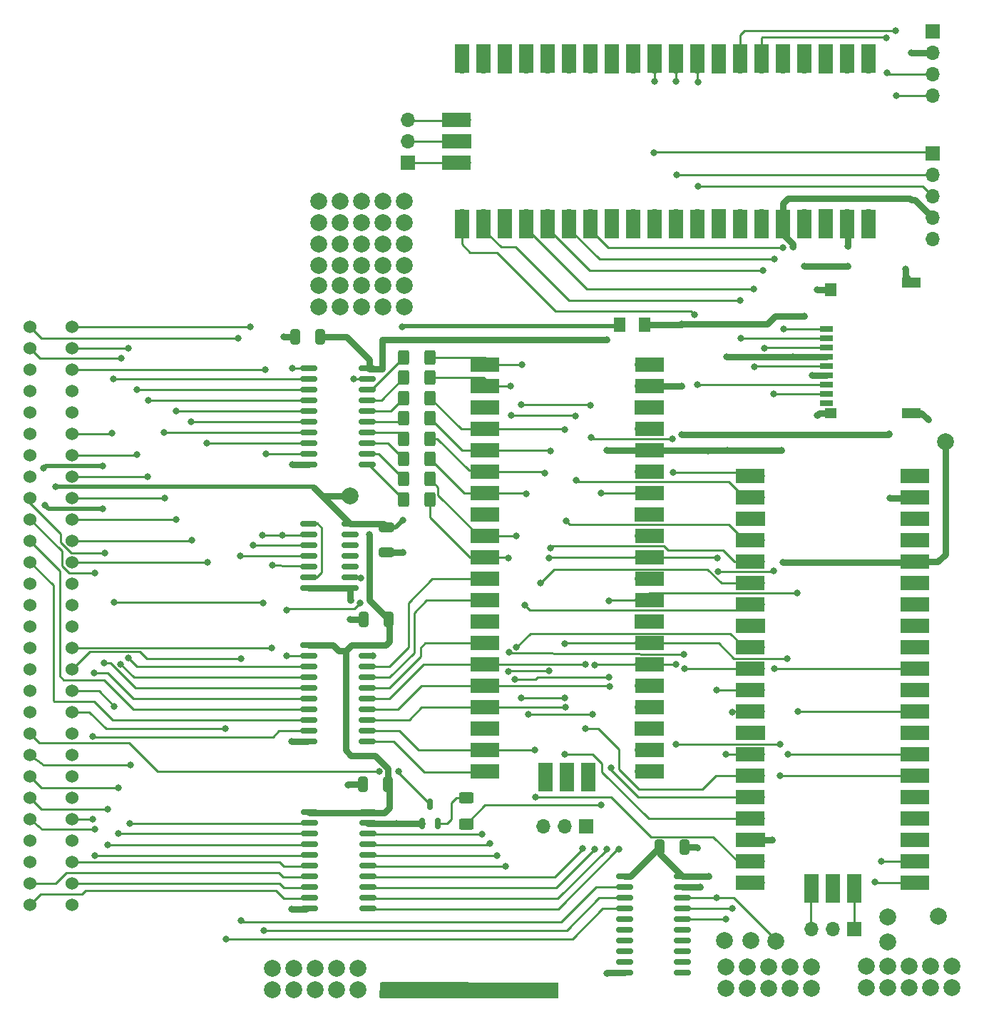
<source format=gtl>
G04 #@! TF.GenerationSoftware,KiCad,Pcbnew,6.0.11-2627ca5db0~126~ubuntu22.04.1*
G04 #@! TF.CreationDate,2023-02-12T16:42:10+00:00*
G04 #@! TF.ProjectId,srom,73726f6d-2e6b-4696-9361-645f70636258,v1.0*
G04 #@! TF.SameCoordinates,Original*
G04 #@! TF.FileFunction,Copper,L1,Top*
G04 #@! TF.FilePolarity,Positive*
%FSLAX46Y46*%
G04 Gerber Fmt 4.6, Leading zero omitted, Abs format (unit mm)*
G04 Created by KiCad (PCBNEW 6.0.11-2627ca5db0~126~ubuntu22.04.1) date 2023-02-12 16:42:10*
%MOMM*%
%LPD*%
G01*
G04 APERTURE LIST*
G04 Aperture macros list*
%AMRoundRect*
0 Rectangle with rounded corners*
0 $1 Rounding radius*
0 $2 $3 $4 $5 $6 $7 $8 $9 X,Y pos of 4 corners*
0 Add a 4 corners polygon primitive as box body*
4,1,4,$2,$3,$4,$5,$6,$7,$8,$9,$2,$3,0*
0 Add four circle primitives for the rounded corners*
1,1,$1+$1,$2,$3*
1,1,$1+$1,$4,$5*
1,1,$1+$1,$6,$7*
1,1,$1+$1,$8,$9*
0 Add four rect primitives between the rounded corners*
20,1,$1+$1,$2,$3,$4,$5,0*
20,1,$1+$1,$4,$5,$6,$7,0*
20,1,$1+$1,$6,$7,$8,$9,0*
20,1,$1+$1,$8,$9,$2,$3,0*%
G04 Aperture macros list end*
G04 #@! TA.AperFunction,ComponentPad*
%ADD10C,2.000000*%
G04 #@! TD*
G04 #@! TA.AperFunction,ComponentPad*
%ADD11R,1.700000X1.700000*%
G04 #@! TD*
G04 #@! TA.AperFunction,ComponentPad*
%ADD12O,1.700000X1.700000*%
G04 #@! TD*
G04 #@! TA.AperFunction,SMDPad,CuDef*
%ADD13R,1.700000X3.500000*%
G04 #@! TD*
G04 #@! TA.AperFunction,SMDPad,CuDef*
%ADD14R,3.500000X1.700000*%
G04 #@! TD*
G04 #@! TA.AperFunction,SMDPad,CuDef*
%ADD15RoundRect,0.250000X-0.325000X-0.650000X0.325000X-0.650000X0.325000X0.650000X-0.325000X0.650000X0*%
G04 #@! TD*
G04 #@! TA.AperFunction,SMDPad,CuDef*
%ADD16RoundRect,0.150000X-0.837500X-0.150000X0.837500X-0.150000X0.837500X0.150000X-0.837500X0.150000X0*%
G04 #@! TD*
G04 #@! TA.AperFunction,SMDPad,CuDef*
%ADD17RoundRect,0.250000X-0.650000X0.325000X-0.650000X-0.325000X0.650000X-0.325000X0.650000X0.325000X0*%
G04 #@! TD*
G04 #@! TA.AperFunction,SMDPad,CuDef*
%ADD18RoundRect,0.250000X0.625000X-0.400000X0.625000X0.400000X-0.625000X0.400000X-0.625000X-0.400000X0*%
G04 #@! TD*
G04 #@! TA.AperFunction,SMDPad,CuDef*
%ADD19RoundRect,0.250000X0.325000X0.650000X-0.325000X0.650000X-0.325000X-0.650000X0.325000X-0.650000X0*%
G04 #@! TD*
G04 #@! TA.AperFunction,SMDPad,CuDef*
%ADD20R,1.600000X0.700000*%
G04 #@! TD*
G04 #@! TA.AperFunction,SMDPad,CuDef*
%ADD21R,2.200000X1.200000*%
G04 #@! TD*
G04 #@! TA.AperFunction,SMDPad,CuDef*
%ADD22R,1.400000X1.600000*%
G04 #@! TD*
G04 #@! TA.AperFunction,SMDPad,CuDef*
%ADD23R,1.400000X1.200000*%
G04 #@! TD*
G04 #@! TA.AperFunction,SMDPad,CuDef*
%ADD24RoundRect,0.250000X-0.400000X-0.625000X0.400000X-0.625000X0.400000X0.625000X-0.400000X0.625000X0*%
G04 #@! TD*
G04 #@! TA.AperFunction,SMDPad,CuDef*
%ADD25RoundRect,0.150000X-0.825000X-0.150000X0.825000X-0.150000X0.825000X0.150000X-0.825000X0.150000X0*%
G04 #@! TD*
G04 #@! TA.AperFunction,SMDPad,CuDef*
%ADD26RoundRect,0.150000X0.150000X-0.512500X0.150000X0.512500X-0.150000X0.512500X-0.150000X-0.512500X0*%
G04 #@! TD*
G04 #@! TA.AperFunction,SMDPad,CuDef*
%ADD27RoundRect,0.250001X0.462499X0.624999X-0.462499X0.624999X-0.462499X-0.624999X0.462499X-0.624999X0*%
G04 #@! TD*
G04 #@! TA.AperFunction,ComponentPad*
%ADD28C,1.524000*%
G04 #@! TD*
G04 #@! TA.AperFunction,ViaPad*
%ADD29C,0.800000*%
G04 #@! TD*
G04 #@! TA.AperFunction,Conductor*
%ADD30C,0.750000*%
G04 #@! TD*
G04 #@! TA.AperFunction,Conductor*
%ADD31C,0.550000*%
G04 #@! TD*
G04 #@! TA.AperFunction,Conductor*
%ADD32C,0.250000*%
G04 #@! TD*
G04 APERTURE END LIST*
D10*
X132850000Y-167710000D03*
X84680000Y-92510000D03*
X154830000Y-173260000D03*
X81730000Y-170960000D03*
X94840000Y-82500000D03*
X89760000Y-82500000D03*
D11*
X95250000Y-75380000D03*
D12*
X95250000Y-72840000D03*
X95250000Y-70300000D03*
D10*
X87220000Y-79960000D03*
X135560000Y-170770000D03*
X84680000Y-89970000D03*
X92340000Y-85050000D03*
X159090000Y-108490000D03*
X152290000Y-173260000D03*
X84720000Y-87590000D03*
X135560000Y-173310000D03*
X94840000Y-92510000D03*
X92340000Y-87590000D03*
D12*
X149985000Y-63960000D03*
D13*
X149985000Y-63060000D03*
D12*
X147445000Y-63960000D03*
D13*
X147445000Y-63060000D03*
X144905000Y-63060000D03*
D11*
X144905000Y-63960000D03*
D13*
X142365000Y-63060000D03*
D12*
X142365000Y-63960000D03*
X139825000Y-63960000D03*
D13*
X139825000Y-63060000D03*
D12*
X137285000Y-63960000D03*
D13*
X137285000Y-63060000D03*
D12*
X134745000Y-63960000D03*
D13*
X134745000Y-63060000D03*
D11*
X132205000Y-63960000D03*
D13*
X132205000Y-63060000D03*
D12*
X129665000Y-63960000D03*
D13*
X129665000Y-63060000D03*
D12*
X127125000Y-63960000D03*
D13*
X127125000Y-63060000D03*
D12*
X124585000Y-63960000D03*
D13*
X124585000Y-63060000D03*
D12*
X122045000Y-63960000D03*
D13*
X122045000Y-63060000D03*
D11*
X119505000Y-63960000D03*
D13*
X119505000Y-63060000D03*
D12*
X116965000Y-63960000D03*
D13*
X116965000Y-63060000D03*
D12*
X114425000Y-63960000D03*
D13*
X114425000Y-63060000D03*
D12*
X111885000Y-63960000D03*
D13*
X111885000Y-63060000D03*
X109345000Y-63060000D03*
D12*
X109345000Y-63960000D03*
D11*
X106805000Y-63960000D03*
D13*
X106805000Y-63060000D03*
X104265000Y-63060000D03*
D12*
X104265000Y-63960000D03*
D13*
X101725000Y-63060000D03*
D12*
X101725000Y-63960000D03*
X101725000Y-81740000D03*
D13*
X101725000Y-82640000D03*
X104265000Y-82640000D03*
D12*
X104265000Y-81740000D03*
D13*
X106805000Y-82640000D03*
D11*
X106805000Y-81740000D03*
D13*
X109345000Y-82640000D03*
D12*
X109345000Y-81740000D03*
X111885000Y-81740000D03*
D13*
X111885000Y-82640000D03*
D12*
X114425000Y-81740000D03*
D13*
X114425000Y-82640000D03*
X116965000Y-82640000D03*
D12*
X116965000Y-81740000D03*
D13*
X119505000Y-82640000D03*
D11*
X119505000Y-81740000D03*
D13*
X122045000Y-82640000D03*
D12*
X122045000Y-81740000D03*
X124585000Y-81740000D03*
D13*
X124585000Y-82640000D03*
X127125000Y-82640000D03*
D12*
X127125000Y-81740000D03*
X129665000Y-81740000D03*
D13*
X129665000Y-82640000D03*
X132205000Y-82640000D03*
D11*
X132205000Y-81740000D03*
D13*
X134745000Y-82640000D03*
D12*
X134745000Y-81740000D03*
D13*
X137285000Y-82640000D03*
D12*
X137285000Y-81740000D03*
D13*
X139825000Y-82640000D03*
D12*
X139825000Y-81740000D03*
D13*
X142365000Y-82640000D03*
D12*
X142365000Y-81740000D03*
D11*
X144905000Y-81740000D03*
D13*
X144905000Y-82640000D03*
X147445000Y-82640000D03*
D12*
X147445000Y-81740000D03*
X149985000Y-81740000D03*
D13*
X149985000Y-82640000D03*
D14*
X101055000Y-70310000D03*
D12*
X101955000Y-70310000D03*
D14*
X101055000Y-72850000D03*
D11*
X101955000Y-72850000D03*
D12*
X101955000Y-75390000D03*
D14*
X101055000Y-75390000D03*
D10*
X133020000Y-173310000D03*
X79190000Y-170960000D03*
X149750000Y-173260000D03*
D15*
X90065000Y-129600000D03*
X93015000Y-129600000D03*
D16*
X83567500Y-152465000D03*
X83567500Y-153735000D03*
X83567500Y-155005000D03*
X83567500Y-156275000D03*
X83567500Y-157545000D03*
X83567500Y-158815000D03*
X83567500Y-160085000D03*
X83567500Y-161355000D03*
X83567500Y-162625000D03*
X83567500Y-163895000D03*
X90492500Y-163895000D03*
X90492500Y-162625000D03*
X90492500Y-161355000D03*
X90492500Y-160085000D03*
X90492500Y-158815000D03*
X90492500Y-157545000D03*
X90492500Y-156275000D03*
X90492500Y-155005000D03*
X90492500Y-153735000D03*
X90492500Y-152465000D03*
X83547500Y-132645000D03*
X83547500Y-133915000D03*
X83547500Y-135185000D03*
X83547500Y-136455000D03*
X83547500Y-137725000D03*
X83547500Y-138995000D03*
X83547500Y-140265000D03*
X83547500Y-141535000D03*
X83547500Y-142805000D03*
X83547500Y-144075000D03*
X90472500Y-144075000D03*
X90472500Y-142805000D03*
X90472500Y-141535000D03*
X90472500Y-140265000D03*
X90472500Y-138995000D03*
X90472500Y-137725000D03*
X90472500Y-136455000D03*
X90472500Y-135185000D03*
X90472500Y-133915000D03*
X90472500Y-132645000D03*
D10*
X87260000Y-87590000D03*
D17*
X92760000Y-118645000D03*
X92760000Y-121595000D03*
D18*
X102180000Y-153840000D03*
X102180000Y-150740000D03*
D19*
X92925000Y-149140000D03*
X89975000Y-149140000D03*
D20*
X144990000Y-95130000D03*
X144990000Y-96230000D03*
X144990000Y-97330000D03*
X144990000Y-98430000D03*
X144990000Y-99530000D03*
X144990000Y-100630000D03*
D21*
X155090000Y-105080000D03*
D22*
X145490000Y-90480000D03*
D23*
X145490000Y-105080000D03*
D21*
X155090000Y-89580000D03*
D20*
X144990000Y-101730000D03*
X144990000Y-102830000D03*
X144990000Y-103930000D03*
D10*
X94880000Y-87590000D03*
X143180000Y-173310000D03*
X94840000Y-89970000D03*
X92300000Y-89970000D03*
D19*
X128105000Y-156610000D03*
X125155000Y-156610000D03*
D10*
X84270000Y-170960000D03*
X159910000Y-170720000D03*
X87220000Y-89970000D03*
X157370000Y-173260000D03*
D24*
X94790000Y-108118570D03*
X97890000Y-108118570D03*
D25*
X83505000Y-118250000D03*
X83505000Y-119520000D03*
X83505000Y-120790000D03*
X83505000Y-122060000D03*
X83505000Y-123330000D03*
X83505000Y-124600000D03*
X83505000Y-125870000D03*
X88455000Y-125870000D03*
X88455000Y-124600000D03*
X88455000Y-123330000D03*
X88455000Y-122060000D03*
X88455000Y-120790000D03*
X88455000Y-119520000D03*
X88455000Y-118250000D03*
D10*
X84680000Y-82500000D03*
X92300000Y-92510000D03*
X140640000Y-173310000D03*
D26*
X96930000Y-153787500D03*
X98830000Y-153787500D03*
X97880000Y-151512500D03*
D24*
X94790000Y-112927140D03*
X97890000Y-112927140D03*
D10*
X140640000Y-170770000D03*
D16*
X83547500Y-99765000D03*
X83547500Y-101035000D03*
X83547500Y-102305000D03*
X83547500Y-103575000D03*
X83547500Y-104845000D03*
X83547500Y-106115000D03*
X83547500Y-107385000D03*
X83547500Y-108655000D03*
X83547500Y-109925000D03*
X83547500Y-111195000D03*
X90472500Y-111195000D03*
X90472500Y-109925000D03*
X90472500Y-108655000D03*
X90472500Y-107385000D03*
X90472500Y-106115000D03*
X90472500Y-104845000D03*
X90472500Y-103575000D03*
X90472500Y-102305000D03*
X90472500Y-101035000D03*
X90472500Y-99765000D03*
D10*
X87220000Y-82500000D03*
D16*
X120977500Y-160085000D03*
X120977500Y-161355000D03*
X120977500Y-162625000D03*
X120977500Y-163895000D03*
X120977500Y-165165000D03*
X120977500Y-166435000D03*
X120977500Y-167705000D03*
X120977500Y-168975000D03*
X120977500Y-170245000D03*
X120977500Y-171515000D03*
X127902500Y-171515000D03*
X127902500Y-170245000D03*
X127902500Y-168975000D03*
X127902500Y-167705000D03*
X127902500Y-166435000D03*
X127902500Y-165165000D03*
X127902500Y-163895000D03*
X127902500Y-162625000D03*
X127902500Y-161355000D03*
X127902500Y-160085000D03*
D10*
X157370000Y-170720000D03*
D11*
X157590000Y-74260000D03*
D12*
X157590000Y-76800000D03*
X157590000Y-79340000D03*
X157590000Y-81880000D03*
X157590000Y-84420000D03*
D10*
X87220000Y-92510000D03*
X86810000Y-170960000D03*
X84270000Y-173500000D03*
D14*
X135920000Y-112575000D03*
D12*
X136820000Y-112575000D03*
X136820000Y-115115000D03*
D14*
X135920000Y-115115000D03*
X135920000Y-117655000D03*
D11*
X136820000Y-117655000D03*
D12*
X136820000Y-120195000D03*
D14*
X135920000Y-120195000D03*
D12*
X136820000Y-122735000D03*
D14*
X135920000Y-122735000D03*
D12*
X136820000Y-125275000D03*
D14*
X135920000Y-125275000D03*
X135920000Y-127815000D03*
D12*
X136820000Y-127815000D03*
D11*
X136820000Y-130355000D03*
D14*
X135920000Y-130355000D03*
D12*
X136820000Y-132895000D03*
D14*
X135920000Y-132895000D03*
D12*
X136820000Y-135435000D03*
D14*
X135920000Y-135435000D03*
X135920000Y-137975000D03*
D12*
X136820000Y-137975000D03*
X136820000Y-140515000D03*
D14*
X135920000Y-140515000D03*
X135920000Y-143055000D03*
D11*
X136820000Y-143055000D03*
D12*
X136820000Y-145595000D03*
D14*
X135920000Y-145595000D03*
D12*
X136820000Y-148135000D03*
D14*
X135920000Y-148135000D03*
X135920000Y-150675000D03*
D12*
X136820000Y-150675000D03*
D14*
X135920000Y-153215000D03*
D12*
X136820000Y-153215000D03*
D14*
X135920000Y-155755000D03*
D11*
X136820000Y-155755000D03*
D14*
X135920000Y-158295000D03*
D12*
X136820000Y-158295000D03*
X136820000Y-160835000D03*
D14*
X135920000Y-160835000D03*
X155500000Y-160835000D03*
D12*
X154600000Y-160835000D03*
X154600000Y-158295000D03*
D14*
X155500000Y-158295000D03*
X155500000Y-155755000D03*
D11*
X154600000Y-155755000D03*
D14*
X155500000Y-153215000D03*
D12*
X154600000Y-153215000D03*
D14*
X155500000Y-150675000D03*
D12*
X154600000Y-150675000D03*
X154600000Y-148135000D03*
D14*
X155500000Y-148135000D03*
D12*
X154600000Y-145595000D03*
D14*
X155500000Y-145595000D03*
D11*
X154600000Y-143055000D03*
D14*
X155500000Y-143055000D03*
D12*
X154600000Y-140515000D03*
D14*
X155500000Y-140515000D03*
D12*
X154600000Y-137975000D03*
D14*
X155500000Y-137975000D03*
X155500000Y-135435000D03*
D12*
X154600000Y-135435000D03*
D14*
X155500000Y-132895000D03*
D12*
X154600000Y-132895000D03*
D14*
X155500000Y-130355000D03*
D11*
X154600000Y-130355000D03*
D14*
X155500000Y-127815000D03*
D12*
X154600000Y-127815000D03*
D14*
X155500000Y-125275000D03*
D12*
X154600000Y-125275000D03*
D14*
X155500000Y-122735000D03*
D12*
X154600000Y-122735000D03*
X154600000Y-120195000D03*
D14*
X155500000Y-120195000D03*
D11*
X154600000Y-117655000D03*
D14*
X155500000Y-117655000D03*
D12*
X154600000Y-115115000D03*
D14*
X155500000Y-115115000D03*
X155500000Y-112575000D03*
D12*
X154600000Y-112575000D03*
D13*
X143170000Y-161505000D03*
D12*
X143170000Y-160605000D03*
D11*
X145710000Y-160605000D03*
D13*
X145710000Y-161505000D03*
D12*
X148250000Y-160605000D03*
D13*
X148250000Y-161505000D03*
D10*
X138100000Y-173310000D03*
X88380000Y-114940000D03*
X79190000Y-173500000D03*
X89350000Y-170960000D03*
X159910000Y-173260000D03*
X136010000Y-167680000D03*
X149750000Y-170720000D03*
D24*
X94790000Y-103310000D03*
X97890000Y-103310000D03*
D11*
X157590000Y-59800000D03*
D12*
X157590000Y-62340000D03*
X157590000Y-64880000D03*
X157590000Y-67420000D03*
D10*
X89760000Y-79960000D03*
D24*
X94790000Y-115331430D03*
X97890000Y-115331430D03*
D10*
X158260000Y-164770000D03*
X152220000Y-167850000D03*
D19*
X84835000Y-96070000D03*
X81885000Y-96070000D03*
D10*
X133020000Y-170770000D03*
X89800000Y-87590000D03*
X81730000Y-173500000D03*
D24*
X94790000Y-100905715D03*
X97890000Y-100905715D03*
D11*
X116415000Y-154150000D03*
D12*
X113875000Y-154150000D03*
X111335000Y-154150000D03*
D10*
X84680000Y-79960000D03*
X154830000Y-170720000D03*
D24*
X94790000Y-98501430D03*
X97890000Y-98501430D03*
D10*
X138940000Y-167770000D03*
X152280000Y-164870000D03*
X87260000Y-85050000D03*
X94880000Y-85050000D03*
X89760000Y-92510000D03*
X86810000Y-173500000D03*
X143180000Y-170770000D03*
X94840000Y-79960000D03*
D11*
X148290000Y-166340000D03*
D12*
X145750000Y-166340000D03*
X143210000Y-166340000D03*
D10*
X89800000Y-85050000D03*
X84720000Y-85050000D03*
X92300000Y-79960000D03*
D27*
X123397500Y-94580000D03*
X120422500Y-94580000D03*
D10*
X89350000Y-173500000D03*
D24*
X94790000Y-110522855D03*
X97890000Y-110522855D03*
D28*
X50390000Y-105000000D03*
X55390000Y-105000000D03*
X55390000Y-94840000D03*
X55390000Y-97380000D03*
X55390000Y-99920000D03*
X55390000Y-102460000D03*
X55390000Y-107540000D03*
X55390000Y-110080000D03*
X55390000Y-112620000D03*
X55390000Y-115160000D03*
X55390000Y-117700000D03*
X55390000Y-120240000D03*
X55390000Y-122780000D03*
X55390000Y-125320000D03*
X55390000Y-127860000D03*
X55390000Y-130400000D03*
X55390000Y-132940000D03*
X55390000Y-135480000D03*
X55390000Y-138020000D03*
X55390000Y-140560000D03*
X55390000Y-143100000D03*
X55390000Y-145640000D03*
X55390000Y-148180000D03*
X55390000Y-150720000D03*
X55390000Y-153260000D03*
X55390000Y-155800000D03*
X55390000Y-158340000D03*
X55390000Y-160880000D03*
X55390000Y-163420000D03*
X50390000Y-94840000D03*
X50390000Y-97380000D03*
X50390000Y-99920000D03*
X50390000Y-102460000D03*
X50390000Y-107540000D03*
X50390000Y-110080000D03*
X50390000Y-112620000D03*
X50390000Y-115160000D03*
X50390000Y-117700000D03*
X50390000Y-120240000D03*
X50390000Y-122780000D03*
X50390000Y-125320000D03*
X50390000Y-127860000D03*
X50390000Y-130400000D03*
X50390000Y-132940000D03*
X50390000Y-135480000D03*
X50390000Y-138020000D03*
X50390000Y-140560000D03*
X50390000Y-143100000D03*
X50390000Y-145640000D03*
X50390000Y-148180000D03*
X50390000Y-150720000D03*
X50390000Y-153260000D03*
X50390000Y-155800000D03*
X50390000Y-158340000D03*
X50390000Y-160880000D03*
X50390000Y-163420000D03*
D10*
X138100000Y-170770000D03*
X152290000Y-170720000D03*
D24*
X94790000Y-105714285D03*
X97890000Y-105714285D03*
D10*
X92300000Y-82500000D03*
D12*
X105300000Y-99385000D03*
D14*
X104400000Y-99385000D03*
D12*
X105300000Y-101925000D03*
D14*
X104400000Y-101925000D03*
D11*
X105300000Y-104465000D03*
D14*
X104400000Y-104465000D03*
D12*
X105300000Y-107005000D03*
D14*
X104400000Y-107005000D03*
X104400000Y-109545000D03*
D12*
X105300000Y-109545000D03*
X105300000Y-112085000D03*
D14*
X104400000Y-112085000D03*
X104400000Y-114625000D03*
D12*
X105300000Y-114625000D03*
D11*
X105300000Y-117165000D03*
D14*
X104400000Y-117165000D03*
X104400000Y-119705000D03*
D12*
X105300000Y-119705000D03*
D14*
X104400000Y-122245000D03*
D12*
X105300000Y-122245000D03*
D14*
X104400000Y-124785000D03*
D12*
X105300000Y-124785000D03*
D14*
X104400000Y-127325000D03*
D12*
X105300000Y-127325000D03*
D14*
X104400000Y-129865000D03*
D11*
X105300000Y-129865000D03*
D14*
X104400000Y-132405000D03*
D12*
X105300000Y-132405000D03*
D14*
X104400000Y-134945000D03*
D12*
X105300000Y-134945000D03*
D14*
X104400000Y-137485000D03*
D12*
X105300000Y-137485000D03*
X105300000Y-140025000D03*
D14*
X104400000Y-140025000D03*
X104400000Y-142565000D03*
D11*
X105300000Y-142565000D03*
D12*
X105300000Y-145105000D03*
D14*
X104400000Y-145105000D03*
D12*
X105300000Y-147645000D03*
D14*
X104400000Y-147645000D03*
X123980000Y-147645000D03*
D12*
X123080000Y-147645000D03*
X123080000Y-145105000D03*
D14*
X123980000Y-145105000D03*
D11*
X123080000Y-142565000D03*
D14*
X123980000Y-142565000D03*
X123980000Y-140025000D03*
D12*
X123080000Y-140025000D03*
X123080000Y-137485000D03*
D14*
X123980000Y-137485000D03*
D12*
X123080000Y-134945000D03*
D14*
X123980000Y-134945000D03*
X123980000Y-132405000D03*
D12*
X123080000Y-132405000D03*
D14*
X123980000Y-129865000D03*
D11*
X123080000Y-129865000D03*
D14*
X123980000Y-127325000D03*
D12*
X123080000Y-127325000D03*
X123080000Y-124785000D03*
D14*
X123980000Y-124785000D03*
D12*
X123080000Y-122245000D03*
D14*
X123980000Y-122245000D03*
X123980000Y-119705000D03*
D12*
X123080000Y-119705000D03*
D11*
X123080000Y-117165000D03*
D14*
X123980000Y-117165000D03*
X123980000Y-114625000D03*
D12*
X123080000Y-114625000D03*
D14*
X123980000Y-112085000D03*
D12*
X123080000Y-112085000D03*
D14*
X123980000Y-109545000D03*
D12*
X123080000Y-109545000D03*
D14*
X123980000Y-107005000D03*
D12*
X123080000Y-107005000D03*
D14*
X123980000Y-104465000D03*
D11*
X123080000Y-104465000D03*
D12*
X123080000Y-101925000D03*
D14*
X123980000Y-101925000D03*
D12*
X123080000Y-99385000D03*
D14*
X123980000Y-99385000D03*
D13*
X111650000Y-148315000D03*
D12*
X111650000Y-147415000D03*
D11*
X114190000Y-147415000D03*
D13*
X114190000Y-148315000D03*
X116730000Y-148315000D03*
D12*
X116730000Y-147415000D03*
D10*
X89760000Y-89970000D03*
D29*
X90690000Y-99820000D03*
X139620000Y-109540000D03*
X140990000Y-98410000D03*
X154985000Y-79725000D03*
X155050000Y-62360000D03*
X118900000Y-109480000D03*
X130990000Y-160060000D03*
X139790000Y-122780000D03*
X133210000Y-109490000D03*
X133160000Y-98450000D03*
X90680000Y-119530000D03*
X140990000Y-85350000D03*
X118900000Y-96350000D03*
X130950000Y-109590000D03*
X154360000Y-87980000D03*
X59070000Y-111370000D03*
X88380000Y-129570000D03*
X91150000Y-133930000D03*
X88470000Y-127280000D03*
X88190000Y-149180000D03*
X94720000Y-121600000D03*
X59070000Y-116440000D03*
X157050000Y-105900000D03*
X93110000Y-173450000D03*
X88825000Y-101035000D03*
X80550000Y-96070000D03*
X93930000Y-153770000D03*
X52220000Y-116040000D03*
X138580000Y-155750000D03*
X143860000Y-105340000D03*
X129630000Y-156660000D03*
X130030000Y-161320000D03*
X81470000Y-144080000D03*
X143320000Y-100640000D03*
X52030000Y-111600000D03*
X112170000Y-173510000D03*
X81450000Y-163930000D03*
X81570000Y-111210000D03*
X118910000Y-171530000D03*
X143900000Y-90430000D03*
X94560000Y-94850000D03*
X94660000Y-117800000D03*
X53450000Y-113850000D03*
X152470000Y-115160000D03*
X147520000Y-87630000D03*
X127770000Y-101890000D03*
X152390000Y-107590000D03*
X142390000Y-87630000D03*
X127820000Y-94560000D03*
X127800000Y-107630000D03*
X147500000Y-85330000D03*
X142390000Y-93610000D03*
X59300000Y-121680000D03*
X59240000Y-134750000D03*
X58070000Y-124090000D03*
X58060000Y-135930000D03*
X58090000Y-157570000D03*
X58070000Y-154460000D03*
X59630000Y-152090000D03*
X59660000Y-156350000D03*
X60880000Y-149520000D03*
X60870000Y-154990000D03*
X141510000Y-126430000D03*
X107974500Y-136690000D03*
X141550000Y-140530000D03*
X119120000Y-136410000D03*
X105000000Y-156120000D03*
X119150000Y-127350000D03*
X113870000Y-138880000D03*
X140350000Y-134230000D03*
X105900000Y-157560000D03*
X140400000Y-145570000D03*
X108699000Y-138850000D03*
X113890000Y-132430000D03*
X106910000Y-158830000D03*
X139460000Y-144430000D03*
X127130000Y-144360000D03*
X139490000Y-148100000D03*
X117440000Y-134970000D03*
X109550000Y-140860000D03*
X127130000Y-134950000D03*
X117220000Y-140810000D03*
X110400000Y-150650000D03*
X110380000Y-145100000D03*
X113960000Y-139990000D03*
X113910000Y-145560000D03*
X119260000Y-137500000D03*
X119373198Y-147146802D03*
X116340000Y-142530000D03*
X116330000Y-134950000D03*
X62320000Y-146840000D03*
X62290000Y-153760000D03*
X61200000Y-98600000D03*
X61180000Y-134870000D03*
X62090000Y-134150000D03*
X62070000Y-97420000D03*
X120370000Y-156860000D03*
X118930000Y-156869999D03*
X117480000Y-156806666D03*
X116030000Y-156743333D03*
X104060000Y-155050000D03*
X132040000Y-122260000D03*
X112070000Y-135669500D03*
X132130000Y-123890000D03*
X138700000Y-123830000D03*
X138770000Y-135410000D03*
X112040000Y-122260000D03*
X107240000Y-135770000D03*
X60150000Y-107510000D03*
X60280000Y-101070000D03*
X63080000Y-102320000D03*
X63080000Y-110050000D03*
X64440000Y-103580000D03*
X64390000Y-112620000D03*
X69560000Y-106120000D03*
X69600000Y-120180000D03*
X71490000Y-122780000D03*
X71400000Y-108660000D03*
X67730000Y-104840000D03*
X67760000Y-117690000D03*
X66360000Y-107350000D03*
X66390000Y-115150000D03*
X78410000Y-109930000D03*
X78350000Y-99920000D03*
X107300000Y-133470000D03*
X107250000Y-122300000D03*
X128140000Y-135410000D03*
X128080000Y-133750000D03*
X109120000Y-127840000D03*
X109320000Y-114700000D03*
X112200000Y-121120000D03*
X112200000Y-109570000D03*
X108180000Y-119640000D03*
X108180000Y-132855500D03*
X110990000Y-125280000D03*
X111550000Y-112210000D03*
X113890000Y-107060000D03*
X114060000Y-117920000D03*
X107590000Y-105370000D03*
X115250000Y-113070000D03*
X107500000Y-101860000D03*
X115170000Y-105410000D03*
X117030000Y-108010000D03*
X126680000Y-108140000D03*
X126770000Y-112120000D03*
X108800000Y-99310000D03*
X116940000Y-104200000D03*
X108760000Y-104110000D03*
X89705500Y-124680000D03*
X80905000Y-128435000D03*
X89620000Y-127650000D03*
X80890000Y-133900000D03*
X75390000Y-122060000D03*
X75090000Y-96230000D03*
X76590000Y-94900000D03*
X76910000Y-120800000D03*
X57840000Y-143462500D03*
X57840000Y-153260000D03*
X78020000Y-119550000D03*
X80390000Y-119550000D03*
X60430000Y-127510000D03*
X81530000Y-99750000D03*
X78200000Y-166470000D03*
X60430000Y-139870000D03*
X78050000Y-127590000D03*
X124460000Y-74240000D03*
X124560000Y-65720000D03*
X79130000Y-132920000D03*
X79190000Y-123180000D03*
X94175924Y-147594076D03*
X91865924Y-147594076D03*
X118210000Y-151620000D03*
X118190000Y-114630000D03*
X127160000Y-76840000D03*
X127110000Y-65720000D03*
X129700000Y-65780000D03*
X129760000Y-78140000D03*
X152100000Y-60530000D03*
X152170000Y-64710000D03*
X153250000Y-67420000D03*
X153200000Y-59750000D03*
X131964500Y-137980000D03*
X131960000Y-162590000D03*
X133780000Y-163870000D03*
X133790000Y-140620000D03*
X133020000Y-165110000D03*
X133030000Y-145600000D03*
X150700000Y-160720000D03*
X151525000Y-158295000D03*
X75430000Y-165330000D03*
X75440000Y-134250000D03*
X73580000Y-142550000D03*
X73700000Y-167470000D03*
X129650000Y-101730000D03*
X129350000Y-93430000D03*
X134770000Y-91750000D03*
X134850000Y-96230000D03*
X136410000Y-99570000D03*
X136320000Y-90350000D03*
X137450000Y-88140000D03*
X137620000Y-97360000D03*
X138740000Y-102820000D03*
X138790000Y-86800000D03*
X139870000Y-95110000D03*
X139780000Y-85500000D03*
D30*
X92490000Y-152495000D02*
X92490000Y-152490000D01*
X155500000Y-79790000D02*
X157590000Y-81880000D01*
X92625000Y-132630000D02*
X92640000Y-132645000D01*
X87080000Y-133330000D02*
X86395000Y-132645000D01*
X90690000Y-99820000D02*
X90690000Y-98790000D01*
X158195000Y-122735000D02*
X159090000Y-121840000D01*
X130965000Y-160085000D02*
X130990000Y-160060000D01*
X121680000Y-160085000D02*
X125155000Y-156610000D01*
X125155000Y-157337500D02*
X127902500Y-160085000D01*
X118900000Y-109480000D02*
X123015000Y-109480000D01*
X91360000Y-145710000D02*
X88540000Y-145710000D01*
X86395000Y-132645000D02*
X83547500Y-132645000D01*
X87970000Y-96070000D02*
X84835000Y-96070000D01*
X93015000Y-129600000D02*
X90680000Y-127265000D01*
X139825000Y-83835000D02*
X140910000Y-84920000D01*
X87890000Y-133330000D02*
X88590000Y-132630000D01*
X133155000Y-109545000D02*
X133210000Y-109490000D01*
X140990000Y-85000000D02*
X140990000Y-85350000D01*
X140420000Y-79660000D02*
X154920000Y-79660000D01*
X87890000Y-133330000D02*
X87080000Y-133330000D01*
X90680000Y-127265000D02*
X90680000Y-119530000D01*
X92925000Y-147275000D02*
X91360000Y-145710000D01*
X123080000Y-109545000D02*
X133155000Y-109545000D01*
X125155000Y-156610000D02*
X125155000Y-157337500D01*
X88590000Y-132630000D02*
X90120000Y-132630000D01*
X92195000Y-99820000D02*
X90690000Y-99820000D01*
X90120000Y-132630000D02*
X92625000Y-132630000D01*
X154920000Y-79660000D02*
X154985000Y-79725000D01*
X118890000Y-96360000D02*
X118900000Y-96350000D01*
X93080000Y-132205000D02*
X93080000Y-129665000D01*
X133180000Y-98430000D02*
X144990000Y-98430000D01*
X93060000Y-151920000D02*
X93060000Y-149275000D01*
X154600000Y-122735000D02*
X158195000Y-122735000D01*
X154985000Y-79725000D02*
X155050000Y-79790000D01*
X139570000Y-109490000D02*
X139620000Y-109540000D01*
X139825000Y-81740000D02*
X139825000Y-80255000D01*
X120977500Y-160085000D02*
X121680000Y-160085000D01*
X83597500Y-152495000D02*
X92490000Y-152495000D01*
X140910000Y-84920000D02*
X140990000Y-85000000D01*
X155050000Y-79790000D02*
X155500000Y-79790000D01*
X127902500Y-160085000D02*
X130965000Y-160085000D01*
X139825000Y-80255000D02*
X140420000Y-79660000D01*
X139790000Y-122780000D02*
X154555000Y-122780000D01*
X90690000Y-98790000D02*
X87970000Y-96070000D01*
X133160000Y-98450000D02*
X133180000Y-98430000D01*
X92250000Y-96360000D02*
X118890000Y-96360000D01*
X92490000Y-152490000D02*
X93060000Y-151920000D01*
X88540000Y-145710000D02*
X87890000Y-145060000D01*
X159090000Y-121840000D02*
X159090000Y-108490000D01*
X92250000Y-96360000D02*
X92195000Y-99820000D01*
X155050000Y-62360000D02*
X157570000Y-62360000D01*
X87890000Y-145060000D02*
X87890000Y-133330000D01*
X92925000Y-149140000D02*
X92925000Y-147275000D01*
X133210000Y-109490000D02*
X139570000Y-109490000D01*
X92640000Y-132645000D02*
X93080000Y-132205000D01*
X80550000Y-96070000D02*
X81885000Y-96070000D01*
X93415000Y-153765000D02*
X96907500Y-153765000D01*
X144990000Y-100630000D02*
X143330000Y-100630000D01*
D31*
X52030000Y-111600000D02*
X52260000Y-111370000D01*
D30*
X128105000Y-156610000D02*
X129580000Y-156610000D01*
X81470000Y-144080000D02*
X83335000Y-144080000D01*
X138580000Y-155750000D02*
X136825000Y-155750000D01*
X83190000Y-163925000D02*
X81455000Y-163925000D01*
X155090000Y-105080000D02*
X156230000Y-105080000D01*
X143950000Y-90480000D02*
X143900000Y-90430000D01*
X90522500Y-153765000D02*
X90492500Y-153735000D01*
X129995000Y-161355000D02*
X130030000Y-161320000D01*
X88230000Y-149140000D02*
X88190000Y-149180000D01*
X93415000Y-153765000D02*
X90522500Y-153765000D01*
X93925000Y-153765000D02*
X93415000Y-153765000D01*
X81570000Y-111210000D02*
X83532500Y-111210000D01*
X83532500Y-111210000D02*
X83547500Y-111195000D01*
X129580000Y-156610000D02*
X129630000Y-156660000D01*
X88455000Y-125870000D02*
X88455000Y-127265000D01*
X90065000Y-129600000D02*
X88410000Y-129600000D01*
D32*
X95260000Y-72850000D02*
X101955000Y-72850000D01*
D30*
X94715000Y-121595000D02*
X94720000Y-121600000D01*
D31*
X52260000Y-111370000D02*
X59070000Y-111370000D01*
D30*
X143330000Y-100630000D02*
X143320000Y-100640000D01*
X83335000Y-144080000D02*
X83340000Y-144075000D01*
X120977500Y-171515000D02*
X118925000Y-171515000D01*
D32*
X93925000Y-153765000D02*
X93930000Y-153770000D01*
D30*
X156230000Y-105080000D02*
X157050000Y-105900000D01*
X118925000Y-171515000D02*
X118910000Y-171530000D01*
D31*
X52620000Y-116440000D02*
X52220000Y-116040000D01*
D32*
X88410000Y-129600000D02*
X88380000Y-129570000D01*
D30*
X88455000Y-127265000D02*
X88470000Y-127280000D01*
X145490000Y-90480000D02*
X143950000Y-90480000D01*
X145490000Y-105080000D02*
X144120000Y-105080000D01*
X89975000Y-149140000D02*
X88230000Y-149140000D01*
X96907500Y-153765000D02*
X96930000Y-153787500D01*
X92760000Y-121595000D02*
X94715000Y-121595000D01*
D31*
X59070000Y-116440000D02*
X52620000Y-116440000D01*
D30*
X88455000Y-125870000D02*
X83505000Y-125870000D01*
X127902500Y-161355000D02*
X129995000Y-161355000D01*
X154360000Y-88850000D02*
X155090000Y-89580000D01*
D32*
X88825000Y-101035000D02*
X90472500Y-101035000D01*
D30*
X144120000Y-105080000D02*
X143860000Y-105340000D01*
D32*
X81455000Y-163925000D02*
X81450000Y-163930000D01*
D30*
X154360000Y-87980000D02*
X154360000Y-88850000D01*
D31*
X84100000Y-113890000D02*
X84070000Y-113860000D01*
D30*
X84085000Y-113880000D02*
X88455000Y-118250000D01*
X88380000Y-114940000D02*
X85145000Y-114940000D01*
D31*
X92760000Y-118645000D02*
X92365000Y-118250000D01*
X84070000Y-113860000D02*
X53300000Y-113860000D01*
X94560000Y-94850000D02*
X94675000Y-94735000D01*
X94675000Y-94735000D02*
X120267500Y-94735000D01*
D30*
X92365000Y-118250000D02*
X88455000Y-118250000D01*
D31*
X93815000Y-118645000D02*
X94660000Y-117800000D01*
X92760000Y-118645000D02*
X93815000Y-118645000D01*
D30*
X152470000Y-115160000D02*
X154555000Y-115160000D01*
X142390000Y-87630000D02*
X147520000Y-87630000D01*
X123397500Y-94580000D02*
X127800000Y-94580000D01*
X138860000Y-93610000D02*
X137910000Y-94560000D01*
X152350000Y-107630000D02*
X152390000Y-107590000D01*
X147500000Y-85330000D02*
X147500000Y-81795000D01*
X137910000Y-94560000D02*
X127820000Y-94560000D01*
X127800000Y-107630000D02*
X152350000Y-107630000D01*
X142390000Y-93610000D02*
X138860000Y-93610000D01*
X127800000Y-94580000D02*
X127820000Y-94560000D01*
X127770000Y-101890000D02*
X123115000Y-101890000D01*
D32*
X83505000Y-124600000D02*
X84430000Y-124600000D01*
X85030000Y-124000000D02*
X85030000Y-118730000D01*
X85030000Y-118730000D02*
X84480000Y-118180000D01*
X84430000Y-124600000D02*
X85030000Y-124000000D01*
X54070000Y-119440000D02*
X54070000Y-120457251D01*
X50390000Y-115760000D02*
X54070000Y-119440000D01*
X59970000Y-134750000D02*
X62945000Y-137725000D01*
X59240000Y-134750000D02*
X59970000Y-134750000D01*
X54070000Y-120457251D02*
X55292749Y-121680000D01*
X55292749Y-121680000D02*
X59300000Y-121680000D01*
X62945000Y-137725000D02*
X83340000Y-137725000D01*
X55030000Y-124100000D02*
X58060000Y-124100000D01*
X62695000Y-138995000D02*
X83340000Y-138995000D01*
X58060000Y-124100000D02*
X58070000Y-124090000D01*
X50390000Y-117700000D02*
X54170000Y-121480000D01*
X59630000Y-135930000D02*
X62695000Y-138995000D01*
X54170000Y-123240000D02*
X55030000Y-124100000D01*
X58060000Y-135930000D02*
X59630000Y-135930000D01*
X54170000Y-121480000D02*
X54170000Y-123240000D01*
X54420000Y-136770000D02*
X59210000Y-136770000D01*
X50390000Y-120240000D02*
X53950000Y-123800000D01*
X62705000Y-140265000D02*
X83340000Y-140265000D01*
X53950000Y-136300000D02*
X54420000Y-136770000D01*
X53950000Y-123800000D02*
X53950000Y-136300000D01*
X59210000Y-136770000D02*
X62705000Y-140265000D01*
X53160000Y-125550000D02*
X53160000Y-139210000D01*
X50390000Y-122780000D02*
X53160000Y-125550000D01*
X53240000Y-139290000D02*
X58010000Y-139290000D01*
X58010000Y-139290000D02*
X60255000Y-141535000D01*
X60255000Y-141535000D02*
X83340000Y-141535000D01*
X53160000Y-139210000D02*
X53240000Y-139290000D01*
X57790000Y-154470000D02*
X58060000Y-154470000D01*
X51830000Y-154470000D02*
X57790000Y-154470000D01*
X50390000Y-153260000D02*
X51830000Y-154470000D01*
X58095000Y-157575000D02*
X83190000Y-157575000D01*
X58060000Y-154470000D02*
X58070000Y-154460000D01*
X58090000Y-157570000D02*
X58095000Y-157575000D01*
X51760000Y-152090000D02*
X59630000Y-152090000D01*
X50390000Y-150720000D02*
X51760000Y-152090000D01*
X59660000Y-156350000D02*
X83145000Y-156350000D01*
X50390000Y-148180000D02*
X51730000Y-149520000D01*
X60870000Y-154990000D02*
X83145000Y-154990000D01*
X51730000Y-149520000D02*
X60880000Y-149520000D01*
X110710000Y-136410000D02*
X119120000Y-136410000D01*
X141565000Y-140515000D02*
X154600000Y-140515000D01*
X141550000Y-140530000D02*
X141565000Y-140515000D01*
X104815000Y-156305000D02*
X90522500Y-156305000D01*
X105000000Y-156120000D02*
X104815000Y-156305000D01*
X123080000Y-127325000D02*
X123955000Y-126450000D01*
X123955000Y-126450000D02*
X141490000Y-126450000D01*
X141490000Y-126450000D02*
X141510000Y-126430000D01*
X107974500Y-136690000D02*
X110420000Y-136690000D01*
X110420000Y-136690000D02*
X110710000Y-136400000D01*
X119150000Y-127350000D02*
X119175000Y-127325000D01*
X119175000Y-127325000D02*
X123080000Y-127325000D01*
X108699000Y-138850000D02*
X113840000Y-138850000D01*
X133985000Y-134210000D02*
X140330000Y-134210000D01*
X105885000Y-157575000D02*
X90522500Y-157575000D01*
X113915000Y-132405000D02*
X123080000Y-132405000D01*
X113840000Y-138850000D02*
X113870000Y-138880000D01*
X140400000Y-145570000D02*
X140425000Y-145595000D01*
X123080000Y-132405000D02*
X132180000Y-132405000D01*
X140425000Y-145595000D02*
X154600000Y-145595000D01*
X105900000Y-157560000D02*
X105885000Y-157575000D01*
X113890000Y-132430000D02*
X113915000Y-132405000D01*
X132180000Y-132405000D02*
X133985000Y-134210000D01*
X117440000Y-134970000D02*
X117465000Y-134945000D01*
X139490000Y-148100000D02*
X139525000Y-148135000D01*
X106895000Y-158845000D02*
X90522500Y-158845000D01*
X139525000Y-148135000D02*
X154600000Y-148135000D01*
X109550000Y-140860000D02*
X117170000Y-140860000D01*
X139470000Y-144420000D02*
X139460000Y-144430000D01*
X117170000Y-140860000D02*
X117220000Y-140810000D01*
X127190000Y-144420000D02*
X139470000Y-144420000D01*
X127130000Y-134950000D02*
X123085000Y-134950000D01*
X117465000Y-134945000D02*
X123080000Y-134945000D01*
X127190000Y-144420000D02*
X127130000Y-144360000D01*
X109485000Y-145105000D02*
X105300000Y-145105000D01*
X110400000Y-150650000D02*
X119430000Y-150680000D01*
X94265000Y-142805000D02*
X96565000Y-145105000D01*
X90472500Y-142805000D02*
X94265000Y-142805000D01*
X124135000Y-155385000D02*
X131545000Y-155385000D01*
X96565000Y-145105000D02*
X105300000Y-145105000D01*
X119430000Y-150680000D02*
X124135000Y-155385000D01*
X110380000Y-145100000D02*
X109485000Y-145105000D01*
X131545000Y-155385000D02*
X134455000Y-158295000D01*
X105300000Y-140025000D02*
X96915000Y-140025000D01*
X105300000Y-140025000D02*
X113925000Y-140025000D01*
X96915000Y-140025000D02*
X95405000Y-141535000D01*
X117225000Y-145560000D02*
X118330000Y-146665000D01*
X113925000Y-140025000D02*
X113960000Y-139990000D01*
X118330000Y-147660000D02*
X123885000Y-153215000D01*
X113910000Y-145560000D02*
X117225000Y-145560000D01*
X95405000Y-141535000D02*
X90472500Y-141535000D01*
X118330000Y-146665000D02*
X118330000Y-147660000D01*
X123885000Y-153215000D02*
X136820000Y-153215000D01*
X119373198Y-147146802D02*
X119373198Y-147453198D01*
X96770000Y-137550000D02*
X94055000Y-140265000D01*
X122595000Y-150675000D02*
X136820000Y-150675000D01*
X96790000Y-137540000D02*
X96845000Y-137485000D01*
X96845000Y-137485000D02*
X105300000Y-137485000D01*
X94055000Y-140265000D02*
X90472500Y-140265000D01*
X119373198Y-147453198D02*
X122595000Y-150675000D01*
X105300000Y-137485000D02*
X119245000Y-137485000D01*
X131835000Y-148135000D02*
X136820000Y-148135000D01*
X120360000Y-147370000D02*
X122740000Y-149750000D01*
X96790000Y-135271751D02*
X93066751Y-138995000D01*
X116340000Y-142530000D02*
X117880000Y-142530000D01*
X130210000Y-149750000D02*
X131830000Y-148130000D01*
X105300000Y-134945000D02*
X97115000Y-134945000D01*
X97115000Y-134945000D02*
X96790000Y-135270000D01*
X122740000Y-149750000D02*
X130210000Y-149750000D01*
X116325000Y-134945000D02*
X116330000Y-134950000D01*
X117880000Y-142530000D02*
X120350000Y-145000000D01*
X131830000Y-148130000D02*
X131835000Y-148135000D01*
X120360000Y-146290000D02*
X120360000Y-147370000D01*
X105300000Y-134945000D02*
X116325000Y-134945000D01*
X93066751Y-138995000D02*
X90472500Y-138995000D01*
X120350000Y-145000000D02*
X120350000Y-146370000D01*
X96790000Y-135270000D02*
X96790000Y-135271751D01*
X62320000Y-146840000D02*
X52010000Y-146870000D01*
X52010000Y-146870000D02*
X50390000Y-145640000D01*
X62290000Y-153760000D02*
X62295000Y-153765000D01*
X62295000Y-153765000D02*
X83190000Y-153765000D01*
X80525000Y-158845000D02*
X83190000Y-158845000D01*
X80020000Y-158340000D02*
X80525000Y-158845000D01*
X55390000Y-158340000D02*
X80020000Y-158340000D01*
X53430000Y-160880000D02*
X54700000Y-159610000D01*
X50390000Y-160880000D02*
X53430000Y-160880000D01*
X54700000Y-159610000D02*
X79990000Y-159610000D01*
X80495000Y-160115000D02*
X83190000Y-160115000D01*
X79990000Y-159610000D02*
X80495000Y-160115000D01*
X55390000Y-160880000D02*
X80060000Y-160880000D01*
X80565000Y-161385000D02*
X83190000Y-161385000D01*
X80060000Y-160880000D02*
X80565000Y-161385000D01*
X80555000Y-162655000D02*
X83190000Y-162655000D01*
X56590000Y-162180000D02*
X57040000Y-161730000D01*
X79630000Y-161730000D02*
X80555000Y-162655000D01*
X57040000Y-161730000D02*
X79630000Y-161730000D01*
X51630000Y-162180000D02*
X56590000Y-162180000D01*
X50390000Y-163420000D02*
X51630000Y-162180000D01*
X62765000Y-136455000D02*
X83340000Y-136455000D01*
X61180000Y-134870000D02*
X62765000Y-136455000D01*
X50390000Y-97380000D02*
X51610000Y-98600000D01*
X51610000Y-98600000D02*
X61200000Y-98600000D01*
X62090000Y-134150000D02*
X63125000Y-135185000D01*
X55390000Y-97380000D02*
X62030000Y-97380000D01*
X63125000Y-135185000D02*
X83340000Y-135185000D01*
X62030000Y-97380000D02*
X62070000Y-97420000D01*
X96000000Y-128800000D02*
X96000000Y-133521751D01*
X105300000Y-127325000D02*
X97475000Y-127325000D01*
X96000000Y-133521751D02*
X93066751Y-136455000D01*
X97475000Y-127325000D02*
X96000000Y-128800000D01*
X93066751Y-136455000D02*
X90472500Y-136455000D01*
X105300000Y-132405000D02*
X97335000Y-132405000D01*
X97335000Y-132405000D02*
X96790000Y-132950000D01*
X96790000Y-134001751D02*
X93066751Y-137725000D01*
X96790000Y-132950000D02*
X96790000Y-134001751D01*
X93066751Y-137725000D02*
X90472500Y-137725000D01*
X113135000Y-163925000D02*
X90522500Y-163925000D01*
X120370000Y-156860000D02*
X120200000Y-156860000D01*
X120200000Y-156860000D02*
X113135000Y-163925000D01*
X113075000Y-162665000D02*
X113065000Y-162655000D01*
X118860000Y-156880000D02*
X113075000Y-162665000D01*
X113065000Y-162655000D02*
X90522500Y-162655000D01*
X112885000Y-161375000D02*
X112635000Y-161375000D01*
X112625000Y-161385000D02*
X90522500Y-161385000D01*
X112635000Y-161375000D02*
X112625000Y-161385000D01*
X117450000Y-156810000D02*
X112885000Y-161375000D01*
X112725000Y-160115000D02*
X90522500Y-160115000D01*
X116030000Y-156810000D02*
X112725000Y-160115000D01*
X104060000Y-155050000D02*
X104045000Y-155035000D01*
X138770000Y-135410000D02*
X154575000Y-135410000D01*
X131735000Y-122245000D02*
X132025000Y-122245000D01*
X132150000Y-123910000D02*
X138620000Y-123910000D01*
X104045000Y-155035000D02*
X90522500Y-155035000D01*
X112040000Y-122260000D02*
X112055000Y-122245000D01*
X138620000Y-123910000D02*
X138700000Y-123830000D01*
X123080000Y-122245000D02*
X131735000Y-122245000D01*
X132025000Y-122245000D02*
X132040000Y-122260000D01*
X107340500Y-135669500D02*
X112070000Y-135669500D01*
X132130000Y-123890000D02*
X132150000Y-123910000D01*
X112055000Y-122245000D02*
X123080000Y-122245000D01*
X107240000Y-135770000D02*
X107340500Y-135669500D01*
X60280000Y-101070000D02*
X82915000Y-101070000D01*
X60120000Y-107540000D02*
X60150000Y-107510000D01*
X55390000Y-107540000D02*
X60120000Y-107540000D01*
X63050000Y-110080000D02*
X63080000Y-110050000D01*
X55390000Y-110080000D02*
X63050000Y-110080000D01*
X63080000Y-102320000D02*
X82925000Y-102320000D01*
X55390000Y-112620000D02*
X64390000Y-112620000D01*
X64440000Y-103580000D02*
X82915000Y-103580000D01*
X69560000Y-106120000D02*
X82915000Y-106120000D01*
X69540000Y-120240000D02*
X69600000Y-120180000D01*
X55390000Y-120240000D02*
X69540000Y-120240000D01*
X71400000Y-108660000D02*
X82915000Y-108660000D01*
X55390000Y-122780000D02*
X71490000Y-122780000D01*
X55390000Y-117700000D02*
X67750000Y-117700000D01*
X67750000Y-117700000D02*
X67760000Y-117690000D01*
X67755000Y-104865000D02*
X82930000Y-104865000D01*
X67730000Y-104840000D02*
X67755000Y-104865000D01*
X55390000Y-115160000D02*
X66380000Y-115160000D01*
X66380000Y-115160000D02*
X66390000Y-115150000D01*
X66360000Y-107350000D02*
X82875000Y-107350000D01*
X78410000Y-109930000D02*
X82915000Y-109930000D01*
X55390000Y-99920000D02*
X78350000Y-99920000D01*
X97890000Y-117480000D02*
X102640000Y-122230000D01*
X97890000Y-115331430D02*
X97890000Y-117480000D01*
X128165000Y-135435000D02*
X136820000Y-135435000D01*
X107195000Y-122245000D02*
X107250000Y-122300000D01*
X105300000Y-122245000D02*
X107195000Y-122245000D01*
X128060000Y-133710000D02*
X128080000Y-133730000D01*
X128140000Y-135410000D02*
X128165000Y-135435000D01*
X107300000Y-133470000D02*
X107410000Y-133580000D01*
X128080000Y-133730000D02*
X128080000Y-133750000D01*
X107410000Y-133580000D02*
X128060000Y-133710000D01*
X105300000Y-114625000D02*
X109245000Y-114625000D01*
X109780000Y-128500000D02*
X136135000Y-128500000D01*
X109120000Y-127840000D02*
X109780000Y-128500000D01*
X97890000Y-110522855D02*
X101992145Y-114625000D01*
X101992145Y-114625000D02*
X105300000Y-114625000D01*
X109245000Y-114625000D02*
X109320000Y-114700000D01*
X134075000Y-122735000D02*
X136820000Y-122735000D01*
X97890000Y-105714285D02*
X101720715Y-109545000D01*
X101720715Y-109545000D02*
X105300000Y-109545000D01*
X112175000Y-109545000D02*
X112200000Y-109570000D01*
X105300000Y-109545000D02*
X112175000Y-109545000D01*
X132710000Y-121370000D02*
X134075000Y-122735000D01*
X112440000Y-120880000D02*
X125690000Y-120880000D01*
X126180000Y-121370000D02*
X132710000Y-121370000D01*
X125690000Y-120880000D02*
X126180000Y-121370000D01*
X112200000Y-121120000D02*
X112440000Y-120880000D01*
X98865000Y-114815000D02*
X103755000Y-119705000D01*
X108115000Y-119705000D02*
X108180000Y-119640000D01*
X105300000Y-119705000D02*
X108115000Y-119705000D01*
X97890000Y-112927140D02*
X98865000Y-113902140D01*
X98865000Y-113902140D02*
X98865000Y-114815000D01*
X133545000Y-131230000D02*
X135210000Y-132895000D01*
X109805500Y-131230000D02*
X133545000Y-131230000D01*
X108180000Y-132855500D02*
X109805500Y-131230000D01*
X112660000Y-123610000D02*
X130824695Y-123610000D01*
X97890000Y-108118570D02*
X98738570Y-108118570D01*
X130824695Y-123610000D02*
X132489695Y-125275000D01*
X111425000Y-112085000D02*
X111550000Y-112210000D01*
X132489695Y-125275000D02*
X136820000Y-125275000D01*
X102540000Y-111920000D02*
X105135000Y-111920000D01*
X110990000Y-125280000D02*
X112660000Y-123610000D01*
X105300000Y-112085000D02*
X111425000Y-112085000D01*
X98738570Y-108118570D02*
X102540000Y-111920000D01*
X114480000Y-118340000D02*
X133355000Y-118340000D01*
X113835000Y-107005000D02*
X113890000Y-107060000D01*
X97890000Y-103310000D02*
X101585000Y-107005000D01*
X114060000Y-117920000D02*
X114480000Y-118340000D01*
X105300000Y-107005000D02*
X113835000Y-107005000D01*
X101585000Y-107005000D02*
X105300000Y-107005000D01*
X133355000Y-118340000D02*
X135210000Y-120195000D01*
X105300000Y-101925000D02*
X107435000Y-101925000D01*
X107435000Y-101925000D02*
X107500000Y-101860000D01*
X115440000Y-113260000D02*
X133355000Y-113260000D01*
X104280715Y-100905715D02*
X105300000Y-101925000D01*
X133355000Y-113260000D02*
X135210000Y-115115000D01*
X115250000Y-113070000D02*
X115440000Y-113260000D01*
X115130000Y-105370000D02*
X115170000Y-105410000D01*
X97890000Y-100905715D02*
X104280715Y-100905715D01*
X107590000Y-105370000D02*
X115130000Y-105370000D01*
X126770000Y-112120000D02*
X136365000Y-112120000D01*
X108725000Y-99385000D02*
X108800000Y-99310000D01*
X116850000Y-104110000D02*
X116940000Y-104200000D01*
X126640000Y-108180000D02*
X126680000Y-108140000D01*
X117200000Y-108180000D02*
X126640000Y-108180000D01*
X117030000Y-108010000D02*
X117200000Y-108180000D01*
X105300000Y-99385000D02*
X108725000Y-99385000D01*
X104416430Y-98501430D02*
X105300000Y-99385000D01*
X108760000Y-104110000D02*
X116850000Y-104110000D01*
X97890000Y-98501430D02*
X104416430Y-98501430D01*
X80890000Y-133900000D02*
X83325000Y-133900000D01*
X89705500Y-124680000D02*
X88905000Y-124680000D01*
X88960000Y-128310000D02*
X89620000Y-127650000D01*
X88870000Y-128310000D02*
X88960000Y-128310000D01*
X80905000Y-128435000D02*
X81030000Y-128310000D01*
X81030000Y-128310000D02*
X88870000Y-128310000D01*
X99902500Y-153787500D02*
X100420000Y-153270000D01*
X101020000Y-150740000D02*
X102180000Y-150740000D01*
X100410000Y-151350000D02*
X101020000Y-150740000D01*
X98830000Y-153787500D02*
X99902500Y-153787500D01*
X100420000Y-153270000D02*
X100420000Y-151360000D01*
X100420000Y-151360000D02*
X100410000Y-151350000D01*
X50390000Y-94840000D02*
X51730000Y-96180000D01*
X75040000Y-96180000D02*
X75090000Y-96230000D01*
X51730000Y-96180000D02*
X75040000Y-96180000D01*
X75390000Y-122060000D02*
X83505000Y-122060000D01*
X76530000Y-94840000D02*
X76590000Y-94900000D01*
X55390000Y-94840000D02*
X76530000Y-94840000D01*
X76910000Y-120800000D02*
X83495000Y-120800000D01*
X79955000Y-142805000D02*
X83547500Y-142805000D01*
X55390000Y-153260000D02*
X57840000Y-153260000D01*
X57840000Y-143462500D02*
X57887500Y-143510000D01*
X57887500Y-143510000D02*
X79250000Y-143510000D01*
X79250000Y-143510000D02*
X79955000Y-142805000D01*
X80390000Y-119550000D02*
X83475000Y-119550000D01*
X117980000Y-162610000D02*
X120962500Y-162610000D01*
X58580000Y-138020000D02*
X60430000Y-139870000D01*
X77990000Y-127530000D02*
X78050000Y-127590000D01*
X78020000Y-119550000D02*
X80390000Y-119550000D01*
X55390000Y-138020000D02*
X58580000Y-138020000D01*
X60750000Y-127530000D02*
X77990000Y-127530000D01*
X78200000Y-166470000D02*
X114120000Y-166470000D01*
X78050000Y-127590000D02*
X77980000Y-127590000D01*
X81530000Y-99750000D02*
X84220000Y-99750000D01*
X114120000Y-166470000D02*
X117980000Y-162610000D01*
X124460000Y-74240000D02*
X124550001Y-74149999D01*
X124550001Y-74149999D02*
X157479999Y-74149999D01*
X124585000Y-65695000D02*
X124560000Y-65720000D01*
X124585000Y-63960000D02*
X124585000Y-65695000D01*
X79190000Y-123180000D02*
X83495000Y-123340000D01*
X79130000Y-132920000D02*
X55390000Y-132940000D01*
X65584076Y-147594076D02*
X91865924Y-147594076D01*
X51477000Y-144187000D02*
X62177000Y-144187000D01*
X94175924Y-147594076D02*
X94175924Y-147808424D01*
X50390000Y-143100000D02*
X51477000Y-144187000D01*
X94175924Y-147808424D02*
X97880000Y-151512500D01*
X62260000Y-144270000D02*
X65584076Y-147594076D01*
X62177000Y-144187000D02*
X62260000Y-144270000D01*
X104400000Y-151620000D02*
X118210000Y-151620000D01*
X102180000Y-153840000D02*
X104400000Y-151620000D01*
X118195000Y-114625000D02*
X123080000Y-114625000D01*
X118190000Y-114630000D02*
X118195000Y-114625000D01*
X93565000Y-144075000D02*
X97210000Y-147720000D01*
X90472500Y-144075000D02*
X93565000Y-144075000D01*
X97220000Y-147710000D02*
X105235000Y-147710000D01*
X97210000Y-147720000D02*
X97220000Y-147710000D01*
X127170001Y-76850001D02*
X157539999Y-76850001D01*
X127125000Y-65705000D02*
X127110000Y-65720000D01*
X127125000Y-63960000D02*
X127125000Y-65705000D01*
X127160000Y-76840000D02*
X127170001Y-76850001D01*
X129665000Y-65745000D02*
X129700000Y-65780000D01*
X129760000Y-78140000D02*
X156390000Y-78140000D01*
X129665000Y-63960000D02*
X129665000Y-65745000D01*
X156390000Y-78140000D02*
X157590000Y-79340000D01*
X152340000Y-64880000D02*
X157590000Y-64880000D01*
X137285000Y-63960000D02*
X137285000Y-60535000D01*
X152070000Y-60500000D02*
X152100000Y-60530000D01*
X137285000Y-60535000D02*
X137320000Y-60500000D01*
X152170000Y-64710000D02*
X152340000Y-64880000D01*
X137320000Y-60500000D02*
X152070000Y-60500000D01*
X153180000Y-59730000D02*
X153200000Y-59750000D01*
X135240000Y-59730000D02*
X153180000Y-59730000D01*
X134740000Y-60230000D02*
X135240000Y-59730000D01*
X134740000Y-62433604D02*
X134740000Y-60230000D01*
X153250000Y-67420000D02*
X157590000Y-67420000D01*
X90986430Y-102305000D02*
X94790000Y-98501430D01*
X90472500Y-103575000D02*
X92120715Y-103575000D01*
X92120715Y-103575000D02*
X94790000Y-100905715D01*
X93255000Y-104845000D02*
X94790000Y-103310000D01*
X90472500Y-104845000D02*
X93255000Y-104845000D01*
X90472500Y-106115000D02*
X94389285Y-106115000D01*
X94056430Y-107385000D02*
X94790000Y-108118570D01*
X90472500Y-107385000D02*
X94056430Y-107385000D01*
X92922145Y-108655000D02*
X94790000Y-110522855D01*
X90472500Y-108655000D02*
X92922145Y-108655000D01*
X91787860Y-109925000D02*
X94790000Y-112927140D01*
X90472500Y-109925000D02*
X91787860Y-109925000D01*
X90653570Y-111195000D02*
X94790000Y-115331430D01*
X95340000Y-127620000D02*
X95340000Y-132911751D01*
X98175000Y-124785000D02*
X95340000Y-127620000D01*
X95340000Y-132911751D02*
X93066751Y-135185000D01*
X93066751Y-135185000D02*
X90472500Y-135185000D01*
X105300000Y-124785000D02*
X98175000Y-124785000D01*
X131925000Y-162625000D02*
X131960000Y-162590000D01*
X138900000Y-167520000D02*
X138920000Y-167520000D01*
X131964500Y-137980000D02*
X131969500Y-137975000D01*
X131969500Y-137975000D02*
X136820000Y-137975000D01*
X131960000Y-162590000D02*
X133970000Y-162590000D01*
X133970000Y-162590000D02*
X138900000Y-167520000D01*
X127902500Y-162625000D02*
X131925000Y-162625000D01*
X127902500Y-163895000D02*
X133755000Y-163895000D01*
X133755000Y-163895000D02*
X133780000Y-163870000D01*
X133895000Y-140515000D02*
X136820000Y-140515000D01*
X133790000Y-140620000D02*
X133895000Y-140515000D01*
X127902500Y-165165000D02*
X132965000Y-165165000D01*
X133030000Y-145600000D02*
X133035000Y-145595000D01*
X132965000Y-165165000D02*
X133020000Y-165110000D01*
X133035000Y-145595000D02*
X136820000Y-145595000D01*
X154600000Y-160835000D02*
X150815000Y-160835000D01*
X150815000Y-160835000D02*
X150700000Y-160720000D01*
X151525000Y-158295000D02*
X154600000Y-158295000D01*
X113500000Y-165480000D02*
X117640000Y-161340000D01*
X63430000Y-133390000D02*
X64310000Y-134270000D01*
X75420000Y-134270000D02*
X75440000Y-134250000D01*
X75430000Y-165330000D02*
X75580000Y-165480000D01*
X75580000Y-165480000D02*
X113500000Y-165480000D01*
X117640000Y-161340000D02*
X120962500Y-161340000D01*
X64310000Y-134270000D02*
X75420000Y-134270000D01*
X55390000Y-135480000D02*
X57480000Y-133390000D01*
X57480000Y-133390000D02*
X63430000Y-133390000D01*
X55390000Y-140560000D02*
X57470000Y-140560000D01*
X73700000Y-167470000D02*
X114840000Y-167470000D01*
X114840000Y-167470000D02*
X118415000Y-163895000D01*
X59460000Y-142550000D02*
X73580000Y-142550000D01*
X57470000Y-140560000D02*
X59460000Y-142550000D01*
X118415000Y-163895000D02*
X120977500Y-163895000D01*
X101725000Y-85075000D02*
X101725000Y-81740000D01*
X129970000Y-101730000D02*
X144990000Y-101730000D01*
X129650000Y-101730000D02*
X129690000Y-101770000D01*
X128880000Y-92960000D02*
X112830000Y-92960000D01*
X129350000Y-93430000D02*
X128880000Y-92960000D01*
X102680000Y-86030000D02*
X101725000Y-85075000D01*
X129930000Y-101770000D02*
X129970000Y-101730000D01*
X105900000Y-86030000D02*
X102680000Y-86030000D01*
X129650000Y-101730000D02*
X129970000Y-101730000D01*
X112830000Y-92960000D02*
X105900000Y-86030000D01*
X129690000Y-101770000D02*
X129930000Y-101770000D01*
X134770000Y-91750000D02*
X114490000Y-91760000D01*
X134850000Y-96230000D02*
X144990000Y-96230000D01*
X106335000Y-85420000D02*
X108100000Y-85420000D01*
X104265000Y-83350000D02*
X106335000Y-85420000D01*
X108100000Y-85420000D02*
X114450000Y-91770000D01*
X109345000Y-83205000D02*
X116490000Y-90350000D01*
X136410000Y-99570000D02*
X136450000Y-99530000D01*
X136450000Y-99530000D02*
X144990000Y-99530000D01*
X116490000Y-90350000D02*
X136320000Y-90350000D01*
X116750000Y-88060000D02*
X116830000Y-88140000D01*
X116830000Y-88140000D02*
X137450000Y-88140000D01*
X137650000Y-97330000D02*
X144990000Y-97330000D01*
X111885000Y-83195000D02*
X116750000Y-88060000D01*
X137620000Y-97360000D02*
X137650000Y-97330000D01*
X114425000Y-83265000D02*
X118010000Y-86850000D01*
X138740000Y-102820000D02*
X138750000Y-102830000D01*
X118010000Y-86850000D02*
X138740000Y-86850000D01*
X138750000Y-102830000D02*
X144990000Y-102830000D01*
X138740000Y-86850000D02*
X138790000Y-86800000D01*
X119075000Y-85460000D02*
X139740000Y-85460000D01*
X139870000Y-95110000D02*
X139890000Y-95130000D01*
X139740000Y-85460000D02*
X139780000Y-85500000D01*
X116965000Y-83350000D02*
X119075000Y-85460000D01*
X139890000Y-95130000D02*
X144990000Y-95130000D01*
X148250000Y-160605000D02*
X148250000Y-166300000D01*
X143145000Y-160630000D02*
X143145000Y-166275000D01*
X95250000Y-75380000D02*
X97620000Y-75380000D01*
X97620000Y-75380000D02*
X97630000Y-75390000D01*
X97630000Y-75390000D02*
X101955000Y-75390000D01*
X95370000Y-70420000D02*
X101845000Y-70420000D01*
G04 #@! TA.AperFunction,Conductor*
G36*
X112993093Y-172634872D02*
G01*
X113061198Y-172654920D01*
X113107655Y-172708607D01*
X113119006Y-172760872D01*
X113119006Y-174435500D01*
X113099004Y-174503621D01*
X113045348Y-174550114D01*
X112993006Y-174561500D01*
X92052833Y-174561500D01*
X91984712Y-174541498D01*
X91938219Y-174487842D01*
X91926881Y-174432011D01*
X91973654Y-172743354D01*
X91995535Y-172675814D01*
X92050457Y-172630824D01*
X92099689Y-172620843D01*
X112993093Y-172634872D01*
G37*
G04 #@! TD.AperFunction*
M02*

</source>
